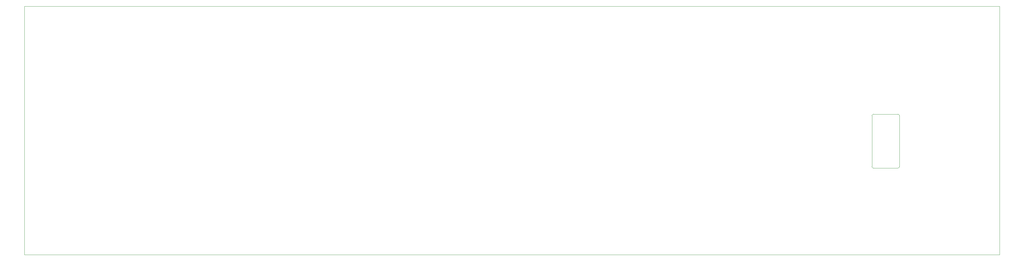
<source format=gbr>
G04 #@! TF.GenerationSoftware,KiCad,Pcbnew,(6.0.7)*
G04 #@! TF.CreationDate,2022-11-03T11:15:43-07:00*
G04 #@! TF.ProjectId,alpha29_pmw3360,616c7068-6132-4395-9f70-6d7733333630,rev?*
G04 #@! TF.SameCoordinates,Original*
G04 #@! TF.FileFunction,Profile,NP*
%FSLAX46Y46*%
G04 Gerber Fmt 4.6, Leading zero omitted, Abs format (unit mm)*
G04 Created by KiCad (PCBNEW (6.0.7)) date 2022-11-03 11:15:43*
%MOMM*%
%LPD*%
G01*
G04 APERTURE LIST*
G04 #@! TA.AperFunction,Profile*
%ADD10C,0.100000*%
G04 #@! TD*
G04 #@! TA.AperFunction,Profile*
%ADD11C,0.050000*%
G04 #@! TD*
G04 APERTURE END LIST*
D10*
X327022000Y-151365001D02*
X334522000Y-151365001D01*
X326522000Y-150865001D02*
X326522000Y-135115001D01*
X327022000Y-134615001D02*
X334522000Y-134615001D01*
X326521999Y-150865001D02*
G75*
G03*
X327022000Y-151365001I500001J1D01*
G01*
X335022000Y-135115001D02*
X335022000Y-150865001D01*
X335021999Y-135115001D02*
G75*
G03*
X334522000Y-134615001I-499999J1D01*
G01*
X334522000Y-151365000D02*
G75*
G03*
X335022000Y-150865001I0J500000D01*
G01*
X327022000Y-134615000D02*
G75*
G03*
X326522000Y-135115001I0J-500000D01*
G01*
D11*
X64960000Y-101207000D02*
X365950000Y-101207000D01*
X365950000Y-101207000D02*
X365950000Y-178169000D01*
X365950000Y-178169000D02*
X64960000Y-178169000D01*
X64960000Y-178169000D02*
X64960000Y-101207000D01*
M02*

</source>
